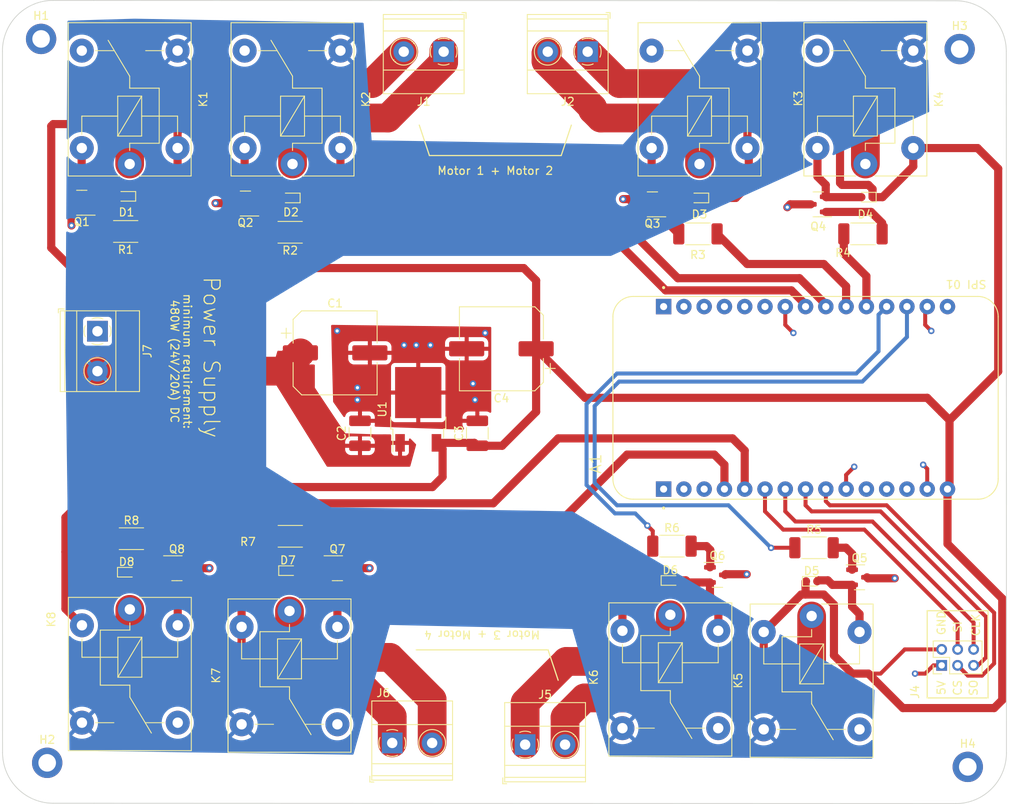
<source format=kicad_pcb>
(kicad_pcb (version 20211014) (generator pcbnew)
  (title_block (title "Linak Controller Board (PCB)") (date "2023-07-09") (company "Farzam Khodajoo"))
  (layers (0 "F.Cu" signal) (1 "In1.Cu" power) (2 "In2.Cu" power) (31 "B.Cu" signal) (34 "B.Paste" user) (35 "F.Paste" user) (36 "B.SilkS" user "B.Silkscreen") (37 "F.SilkS" user "F.Silkscreen") (38 "B.Mask" user) (39 "F.Mask" user) (44 "Edge.Cuts" user))
  (net 0 "")
  (net 3 "SPI_MOSI")
  (net 4 "SPI_CS")
  (net 5 "SPI_MISO")
  (net 6 "SPI_CLK")
  (net 7 "GND")
  (net 8 "+3.3V")
  (net 11 "+5V")
  (net 12 "Relay_4_Polar_2")
  (net 13 "Relay_4_Polar_1")
  (net 15 "Relay_1_Polar_1")
  (net 16 "Relay_1_Polar_2")
  (net 17 "Relay_2_Polar_1")
  (net 18 "Relay_2_Polar_2")
  (net 19 "Relay_3_Polar_1")
  (net 20 "Relay_3_Polar_2")
  (net 22 "supply_Vin")
  (net 23 "Net-(D1-Pad2)")
  (net 24 "Net-(D2-Pad2)")
  (net 25 "Net-(D5-Pad2)")
  (net 26 "Net-(D6-Pad2)")
  (net 27 "Motor_1_Polar_2")
  (net 28 "Motor_1_Polar_1")
  (net 29 "Motor_2_Polar_2")
  (net 30 "Motor_2_Polar_1")
  (net 31 "Motor_3_Polar_2")
  (net 32 "Motor_3_Polar_1")
  (net 33 "Motor_4_Polar_2")
  (net 34 "Motor_4_Polar_1")
  (net 35 "Net-(Q1-Pad1)")
  (net 36 "Net-(Q2-Pad1)")
  (net 37 "Net-(Q3-Pad1)")
  (net 38 "Net-(Q4-Pad1)")
  (net 39 "Net-(Q5-Pad1)")
  (net 40 "Net-(Q6-Pad1)")
  (net 41 "Net-(Q7-Pad1)")
  (net 42 "Net-(Q8-Pad1)")
  (net 43 "Net-(D3-Pad2)")
  (net 44 "Net-(D4-Pad2)")
  (net 45 "Net-(D7-Pad2)")
  (net 46 "Net-(D8-Pad2)")
  (net 47 "A0")
  (net 48 "D0")
  (net 49 "D1")
  (net 50 "D2")
  (net 51 "D3")
  (net 52 "D4")
  (footprint "Diode_SMD:D_SOD-523" (layer "F.Cu") (at 107.622 50.146 180)
    (fp_text reference "D3")
    (fp_text value "1N914WT")
  )
  (footprint "Package_TO_SOT_SMD:TO-252-2" (layer "F.Cu") (at 72.389 76.625 90)
    (fp_text reference "U1")
    (fp_text value "L7805")
  )
  (footprint "Resistor_SMD:R_2010_5025Metric_Pad1.40x2.65mm_HandSolder" (layer "F.Cu") (at 56.361 92.528)
    (fp_text reference "R7")
    (fp_text value "1k")
  )
  (footprint "TerminalBlock_Phoenix:TerminalBlock_Phoenix_MKDS-1,5-2_1x02_P5.00mm_Horizontal" (layer "F.Cu") (at 75.572 31.826 180)
    (fp_text reference "J1")
    (fp_text value "Screw_Terminal_01x02")
  )
  (footprint "Resistor_SMD:R_2010_5025Metric_Pad1.40x2.65mm_HandSolder" (layer "F.Cu") (at 107.422 54.646 180)
    (fp_text reference "R3")
    (fp_text value "1k")
  )
  (footprint "Capacitor_SMD:C_1210_3225Metric_Pad1.33x2.70mm_HandSolder" (layer "F.Cu") (at 79.789 79.625 90)
    (fp_text reference "C3")
    (fp_text value "100nF")
  )
  (footprint "TerminalBlock_Phoenix:TerminalBlock_Phoenix_MKDS-1,5-2_1x02_P5.00mm_Horizontal" (layer "F.Cu") (at 32.207 66.842 -90)
    (fp_text reference "J7")
    (fp_text value "Screw_Terminal_01x02")
  )
  (footprint "Package_TO_SOT_SMD:SOT-23" (layer "F.Cu") (at 101.722 50.946 180)
    (fp_text reference "Q3")
    (fp_text value "NPN")
  )
  (footprint "Package_TO_SOT_SMD:SOT-23" (layer "F.Cu") (at 62.261 96.528)
    (fp_text reference "Q7")
    (fp_text value "NPN")
  )
  (footprint "Package_TO_SOT_SMD:SOT-23" (layer "F.Cu") (at 30.242 50.746 180)
    (fp_text reference "Q1")
    (fp_text value "NPN")
  )
  (footprint "Capacitor_SMD:CP_Elec_10x7.9" (layer "F.Cu") (at 82.804 69.04 180)
    (fp_text reference "C4")
    (fp_text value "10uF")
  )
  (footprint "Resistor_SMD:R_2010_5025Metric_Pad1.40x2.65mm_HandSolder" (layer "F.Cu") (at 121.966 93.963)
    (fp_text reference "R5")
    (fp_text value "1k")
  )
  (footprint "Relay_THT:Relay_SPDT_Finder_36.11" (layer "F.Cu") (at 103.966 102.363 -90)
    (fp_text reference "K6")
    (fp_text value "FINDER-36.11")
  )
  (footprint "Package_TO_SOT_SMD:SOT-23" (layer "F.Cu") (at 122.497 50.946 180)
    (fp_text reference "Q4")
    (fp_text value "NPN")
  )
  (footprint "Diode_SMD:D_SOD-523" (layer "F.Cu") (at 121.666 98.163)
    (fp_text reference "D5")
    (fp_text value "1N914WT")
  )
  (footprint "Diode_SMD:D_SOD-523" (layer "F.Cu") (at 56.442 50.146 180)
    (fp_text reference "D2")
    (fp_text value "1N914WT")
  )
  (footprint "Package_TO_SOT_SMD:SOT-23" (layer "F.Cu") (at 50.742 50.846 180)
    (fp_text reference "Q2")
    (fp_text value "NPN")
  )
  (footprint "SEED_Nodemcu:SEEED_NodemcuV3" (layer "F.Cu") (at 120.904 75.184 90)
    (fp_text reference "A1")
    (fp_text value "113990105")
  )
  (footprint "Diode_SMD:D_SOD-523" (layer "F.Cu") (at 35.842 49.946 180)
    (fp_text reference "D1")
    (fp_text value "1N914WT")
  )
  (footprint "TerminalBlock_Phoenix:TerminalBlock_Phoenix_MKDS-1,5-2_1x02_P5.00mm_Horizontal" (layer "F.Cu") (at 93.612 31.826 180)
    (fp_text reference "J2")
    (fp_text value "Screw_Terminal_01x02")
  )
  (footprint "MountingHole:MountingHole_2.2mm_M2_DIN965_Pad" (layer "F.Cu") (at 25.146 30.226)
    (fp_text reference "H1")
    (fp_text value "MountingHole")
  )
  (footprint "Package_TO_SOT_SMD:SOT-23" (layer "F.Cu") (at 127.666 97.663)
    (fp_text reference "Q5")
    (fp_text value "NPN")
  )
  (footprint "Package_TO_SOT_SMD:SOT-23" (layer "F.Cu") (at 109.866 97.363)
    (fp_text reference "Q6")
    (fp_text value "NPN")
  )
  (footprint "Relay_THT:Relay_SPDT_Finder_36.11" (layer "F.Cu") (at 107.622 45.896 90)
    (fp_text reference "K3")
    (fp_text value "FINDER-36.11")
  )
  (footprint "Connector_PinHeader_2.00mm:PinHeader_2x03_P2.00mm_Vertical" (layer "F.Cu") (at 137.954 108.696 90)
    (fp_text reference "J4")
    (fp_text value "Conn_02x03_Counter_Clockwise")
  )
  (footprint "Resistor_SMD:R_2010_5025Metric_Pad1.40x2.65mm_HandSolder" (layer "F.Cu") (at 128.097 54.646)
    (fp_text reference "R4")
    (fp_text value "1k")
  )
  (footprint "Resistor_SMD:R_2010_5025Metric_Pad1.40x2.65mm_HandSolder" (layer "F.Cu") (at 36.461 92.828)
    (fp_text reference "R8")
    (fp_text value "1k")
  )
  (footprint "TerminalBlock_Phoenix:TerminalBlock_Phoenix_MKDS-1,5-2_1x02_P5.00mm_Horizontal" (layer "F.Cu") (at 69.128 118.415)
    (fp_text reference "J6")
    (fp_text value "Screw_Terminal_01x02")
  )
  (footprint "Relay_THT:Relay_SPDT_Finder_36.11" (layer "F.Cu") (at 36.242 45.896 90)
    (fp_text reference "K1")
    (fp_text value "FINDER-36.11")
  )
  (footprint "Diode_SMD:D_SOD-523" (layer "F.Cu") (at 35.861 97.028)
    (fp_text reference "D8")
    (fp_text value "1N914WT")
  )
  (footprint "MountingHole:MountingHole_2.2mm_M2_DIN965_Pad" (layer "F.Cu") (at 140.208 31.496)
    (fp_text reference "H3")
    (fp_text value "MountingHole")
  )
  (footprint "Relay_THT:Relay_SPDT_Finder_36.11" (layer "F.Cu") (at 128.397 45.896 90)
    (fp_text reference "K4")
    (fp_text value "FINDER-36.11")
  )
  (footprint "MountingHole:MountingHole_2.2mm_M2_DIN965_Pad" (layer "F.Cu") (at 25.908 120.904)
    (fp_text reference "H2")
    (fp_text value "MountingHole")
  )
  (footprint "Relay_THT:Relay_SPDT_Finder_36.11" (layer "F.Cu") (at 36.261 101.678 -90)
    (fp_text reference "K8")
    (fp_text value "FINDER-36.11")
  )
  (footprint "Diode_SMD:D_SOD-523" (layer "F.Cu") (at 128.597 50.046 180)
    (fp_text reference "D4")
    (fp_text value "1N914WT")
  )
  (footprint "Resistor_SMD:R_2010_5025Metric_Pad1.40x2.65mm_HandSolder" (layer "F.Cu") (at 35.742 54.346 180)
    (fp_text reference "R1")
    (fp_text value "1k")
  )
  (footprint "MountingHole:MountingHole_2.2mm_M2_DIN965_Pad" (layer "F.Cu") (at 141.224 121.412)
    (fp_text reference "H4")
    (fp_text value "MountingHole")
  )
  (footprint "Resistor_SMD:R_2010_5025Metric_Pad1.40x2.65mm_HandSolder" (layer "F.Cu") (at 56.342 54.446 180)
    (fp_text reference "R2")
    (fp_text value "1k")
  )
  (footprint "Capacitor_SMD:C_1210_3225Metric_Pad1.33x2.70mm_HandSolder" (layer "F.Cu") (at 65.089 79.625 90)
    (fp_text reference "C2")
    (fp_text value "330nF")
  )
  (footprint "Capacitor_SMD:CP_Elec_10x7.9" (layer "F.Cu") (at 61.976 69.548)
    (fp_text reference "C1")
    (fp_text value "10uF")
  )
  (footprint "Relay_THT:Relay_SPDT_Finder_36.11" (layer "F.Cu") (at 56.642 45.896 90)
    (fp_text reference "K2")
    (fp_text value "FINDER-36.11")
  )
  (footprint "Resistor_SMD:R_2010_5025Metric_Pad1.40x2.65mm_HandSolder" (layer "F.Cu") (at 104.166 93.763)
    (fp_text reference "R6")
    (fp_text value "1k")
  )
  (footprint "TerminalBlock_Phoenix:TerminalBlock_Phoenix_MKDS-1,5-2_1x02_P5.00mm_Horizontal" (layer "F.Cu") (at 85.776 118.623)
    (fp_text reference "J5")
    (fp_text value "Screw_Terminal_01x02")
  )
  (footprint "Package_TO_SOT_SMD:SOT-23" (layer "F.Cu") (at 42.161 96.528)
    (fp_text reference "Q8")
    (fp_text value "NPN")
  )
  (footprint "Diode_SMD:D_SOD-523" (layer "F.Cu") (at 56.061 96.828)
    (fp_text reference "D7")
    (fp_text value "1N914WT")
  )
  (footprint "Relay_THT:Relay_SPDT_Finder_36.11" (layer "F.Cu") (at 56.261 101.878 -90)
    (fp_text reference "K7")
    (fp_text value "FINDER-36.11")
  )
  (footprint "Diode_SMD:D_SOD-523" (layer "F.Cu") (at 103.966 98.063)
    (fp_text reference "D6")
    (fp_text value "1N914WT")
  )
  (footprint "Relay_THT:Relay_SPDT_Finder_36.11" (layer "F.Cu") (at 121.666 102.513 -90)
    (fp_text reference "K5")
    (fp_text value "FINDER-36.11")
  )
  (gr_line (start 90.297 44.831) (end 91.567 41.021) (layer "F.SilkS") (width 0.15))
  (gr_line (start 73.787 44.831) (end 90.297 44.831) (layer "F.SilkS") (width 0.15))
  (gr_line (start 136.144 101.854) (end 136.144 112.776) (layer "F.SilkS") (width 0.15))
  (gr_line (start 143.764 101.854) (end 136.144 101.854) (layer "F.SilkS") (width 0.15))
  (gr_line (start 136.144 112.776) (end 143.764 112.776) (layer "F.SilkS") (width 0.15))
  (gr_line (start 143.764 112.776) (end 143.764 112.268) (layer "F.SilkS") (width 0.15))
  (gr_line (start 88.646 106.753) (end 72.136 106.753) (layer "F.SilkS") (width 0.15))
  (gr_line (start 89.916 110.563) (end 88.646 106.753) (layer "F.SilkS") (width 0.15))
  (gr_line (start 143.764 112.268) (end 143.764 101.854) (layer "F.SilkS") (width 0.15))
  (gr_line (start 72.517 41.021) (end 73.787 44.831) (layer "F.SilkS") (width 0.15))
  (gr_arc (start 139.7 25.445128) (mid 144.190128 27.305) (end 146.05 31.795128) (layer "Edge.Cuts") (width 0.1))
  (gr_arc (start 146.065872 119.661872) (mid 144.206008 124.152008) (end 139.715872 126.011872) (layer "Edge.Cuts") (width 0.1))
  (gr_arc (start 20.304128 31.75) (mid 22.164 27.259872) (end 26.654128 25.4) (layer "Edge.Cuts") (width 0.1))
  (gr_line (start 146.065872 119.661872) (end 146.05 31.795128) (layer "Edge.Cuts") (width 0.1))
  (gr_line (start 20.304128 31.75) (end 20.32 119.616744) (layer "Edge.Cuts") (width 0.1))
  (gr_arc (start 26.67 125.966744) (mid 22.179873 124.106872) (end 20.32 119.616744) (layer "Edge.Cuts") (width 0.1))
  (gr_line (start 31.75 25.4) (end 139.7 25.445128) (layer "Edge.Cuts") (width 0.1))
  (gr_line (start 31.765872 125.966744) (end 139.715872 126.011872) (layer "Edge.Cuts") (width 0.1))
  (gr_line (start 31.75 25.4) (end 26.654128 25.4) (layer "Edge.Cuts") (width 0.1))
  (gr_line (start 31.765872 125.966744) (end 26.67 125.966744) (layer "Edge.Cuts") (width 0.1))
  (gr_text "SPI 01\n" (at 141.002 60.944 180) (layer "F.SilkS") (effects (font (size 1 1))))
  (gr_text "minimum requirement:\n480W (24V/20A) DC" (at 42.672 70.612 270) (layer "F.SilkS") (effects (font (size 1 1))))
  (gr_text "SO\n\n" (at 142.748 111.506 90) (layer "F.SilkS") (effects (font (size 1 1))))
  (gr_text "Motor 3 + Motor 4" (at 80.391 104.848 180) (layer "F.SilkS") (effects (font (size 1 1))))
  (gr_text "SI" (at 139.954 103.886 90) (layer "F.SilkS") (effects (font (size 1 1))))
  (gr_text "GND\n" (at 137.922 103.378 90) (layer "F.SilkS") (effects (font (size 1 1))))
  (gr_text "Motor 1 + Motor 2" (at 82.042 46.736) (layer "F.SilkS") (effects (font (size 1 1))))
  (gr_text "CLK\n" (at 142.24 103.632 90) (layer "F.SilkS") (effects (font (size 1 1))))
  (gr_text "5V\n" (at 137.922 111.506 90) (layer "F.SilkS") (effects (font (size 1 1))))
  (gr_text "Power Supply" (at 46.482 70.104 270) (layer "F.SilkS") (effects (font (size 2 2))))
  (gr_text "CS\n" (at 139.954 111.506 90) (layer "F.SilkS") (effects (font (size 1 1))))
  (segment (start 139.954 103.378) (end 128.27 91.694) (width 0.5) (layer "F.Cu") (net 3))
  (segment (start 118.11 91.694) (end 115.824 89.408) (width 0.5) (layer "F.Cu") (net 3))
  (segment (start 115.824 89.408) (end 115.824 86.614) (width 0.5) (layer "F.Cu") (net 3))
  (segment (start 139.954 106.696) (end 139.954 103.378) (width 0.5) (layer "F.Cu") (net 3))
  (segment (start 128.27 91.694) (end 118.11 91.694) (width 0.5) (layer "F.Cu") (net 3))
  (segment (start 139.954 108.696) (end 141.24 109.982) (width 0.5) (layer "F.Cu") (net 4))
  (segment (start 123.444 88.138) (end 123.444 86.614) (width 0.5) (layer "F.Cu") (net 4))
  (segment (start 123.952 88.646) (end 123.444 88.138) (width 0.5) (layer "F.Cu") (net 4))
  (segment (start 141.24 109.982) (end 143.002 109.982) (width 0.5) (layer "F.Cu") (net 4))
  (segment (start 144.526 108.458) (end 144.526 102.108) (width 0.5) (layer "F.Cu") (net 4))
  (segment (start 144.526 102.108) (end 131.064 88.646) (width 0.5) (layer "F.Cu") (net 4))
  (segment (start 143.002 109.982) (end 144.526 108.458) (width 0.5) (layer "F.Cu") (net 4))
  (segment (start 131.064 88.646) (end 123.952 88.646) (width 0.5) (layer "F.Cu") (net 4))
  (segment (start 143.51 107.696) (end 143.51 102.616) (width 0.5) (layer "F.Cu") (net 5))
  (segment (start 130.302 89.408) (end 121.666 89.408) (width 0.5) (layer "F.Cu") (net 5))
  (segment (start 121.666 89.408) (end 120.904 88.646) (width 0.5) (layer "F.Cu") (net 5))
  (segment (start 141.954 108.696) (end 142.51 108.696) (width 0.5) (layer "F.Cu") (net 5))
  (segment (start 143.51 102.616) (end 130.302 89.408) (width 0.5) (layer "F.Cu") (net 5))
  (segment (start 120.904 88.646) (end 120.904 86.614) (width 0.5) (layer "F.Cu") (net 5))
  (segment (start 142.51 108.696) (end 143.51 107.696) (width 0.5) (layer "F.Cu") (net 5))
  (segment (start 119.634 90.678) (end 118.364 89.408) (width 0.5) (layer "F.Cu") (net 6))
  (segment (start 141.954 103.346) (end 129.286 90.678) (width 0.5) (layer "F.Cu") (net 6))
  (segment (start 141.954 106.696) (end 141.954 103.346) (width 0.5) (layer "F.Cu") (net 6))
  (segment (start 118.364 89.408) (end 118.364 86.614) (width 0.5) (layer "F.Cu") (net 6))
  (segment (start 129.286 90.678) (end 119.634 90.678) (width 0.5) (layer "F.Cu") (net 6))
  (segment (start 98.806 50.292) (end 99.46 50.946) (width 1.02) (layer "F.Cu") (net 7))
  (segment (start 110.8845 97.282) (end 110.8035 97.363) (width 1.02) (layer "F.Cu") (net 7))
  (segment (start 28.956 51.0945) (end 29.3045 50.746) (width 1.02) (layer "F.Cu") (net 7))
  (segment (start 135.89 64.008) (end 136.144 63.754) (width 0.5) (layer "F.Cu") (net 7))
  (segment (start 46.22 96.528) (end 43.0985 96.528) (width 1.02) (layer "F.Cu") (net 7))
  (segment (start 135.89 66.04) (end 136.652 66.802) (width 0.5) (layer "F.Cu") (net 7))
  (segment (start 132.08 97.79) (end 128.7305 97.79) (width 1.02) (layer "F.Cu") (net 7))
  (segment (start 46.99 50.8) (end 49.7585 50.8) (width 1.02) (layer "F.Cu") (net 7))
  (segment (start 99.46 50.946) (end 100.7845 50.946) (width 1.02) (layer "F.Cu") (net 7))
  (segment (start 128.7305 97.79) (end 128.6035 97.663) (width 1.02) (layer "F.Cu") (net 7))
  (segment (start 135.89 66.04) (end 135.89 64.008) (width 0.5) (layer "F.Cu") (net 7))
  (segment (start 121.5595 50.946) (end 118.98 50.946) (width 1.02) (layer "F.Cu") (net 7))
  (segment (start 98.044 50.292) (end 98.806 50.292) (width 1.02) (layer "F.Cu") (net 7))
  (segment (start 135.89 109.728) (end 134.62 109.728) (width 0.5) (layer "F.Cu") (net 7))
  (segment (start 118.98 50.946) (end 118.618 51.308) (width 1.02) (layer "F.Cu") (net 7))
  (segment (start 125.984 84.836) (end 127 83.82) (width 0.5) (layer "F.Cu") (net 7))
  (segment (start 136.922 108.696) (end 135.89 109.728) (width 0.5) (layer "F.Cu") (net 7))
  (segment (start 113.538 97.282) (end 110.8845 97.282) (width 1.02) (layer "F.Cu") (net 7))
  (segment (start 136.144 84.074) (end 135.636 83.566) (width 0.5) (layer "F.Cu") (net 7))
  (segment (start 63.2065 96.52) (end 63.1985 96.528) (width 1.02) (layer "F.Cu") (net 7))
  (segment (start 118.364 66.04) (end 119.38 67.056) (width 0.5) (layer "F.Cu") (net 7))
  (segment (start 28.956 53.594) (end 28.956 51.0945) (width 1.02) (layer "F.Cu") (net 7))
  (segment (start 137.954 108.696) (end 136.922 108.696) (width 0.5) (layer "F.Cu") (net 7))
  (segment (start 46.228 96.52) (end 46.22 96.528) (width 1.02) (layer "F.Cu") (net 7))
  (segment (start 66.294 96.52) (end 63.2065 96.52) (width 1.02) (layer "F.Cu") (net 7))
  (segment (start 49.7585 50.8) (end 49.8045 50.846) (width 1.02) (layer "F.Cu") (net 7))
  (segment (start 118.364 63.754) (end 118.364 66.04) (width 0.5) (layer "F.Cu") (net 7))
  (segment (start 136.144 86.614) (end 136.144 84.074) (width 0.5) (layer "F.Cu") (net 7))
  (segment (start 125.984 86.614) (end 125.984 84.836) (width 0.5) (layer "F.Cu") (net 7))
  (via (at 113.538 97.282) (size 0.8) (drill 0.4) (layers "F.Cu" "B.Cu") (net 7))
  (via (at 136.652 66.802) (size 0.8) (drill 0.4) (layers "F.Cu" "B.Cu") (net 7))
  (via (at 62.23 66.802) (size 0.8) (drill 0.4) (layers "F.Cu" "B.Cu") (net 7))
  (via (at 80.772 67.056) (size 0.8) (drill 0.4) (layers "F.Cu" "B.Cu") (net 7))
  (via (at 64.77 73.914) (size 0.8) (drill 0.4) (layers "F.Cu" "B.Cu") (net 7))
  (via (at 46.228 96.52) (size 0.8) (drill 0.4) (layers "F.Cu" "B.Cu") (net 7))
  (via (at 28.956 53.594) (size 0.8) (drill 0.4) (layers "F.Cu" "B.Cu") (net 7))
  (via (at 64.77 75.438) (size 0.8) (drill 0.4) (layers "F.Cu" "B.Cu") (net 7))
  (via (at 118.618 51.308) (size 0.8) (drill 0.4) (layers "F.Cu" "B.Cu") (net 7))
  (via (at 135.636 83.566) (size 0.8) (drill 0.4) (layers "F.Cu" "B.Cu") (net 7))
  (via (at 132.08 97.79) (size 0.8) (drill 0.4) (layers "F.Cu" "B.Cu") (net 7))
  (via (at 72.136 68.58) (size 0.8) (drill 0.4) (layers "F.Cu" "B.Cu") (net 7))
  (via (at 119.38 67.056) (size 0.8) (drill 0.4) (layers "F.Cu" "B.Cu") (net 7))
  (via (at 79.248 73.406) (size 0.8) (drill 0.4) (layers "F.Cu" "B.Cu") (net 7))
  (via (at 73.914 68.58) (size 0.8) (drill 0.4) (layers "F.Cu" "B.Cu") (net 7))
  (via (at 46.99 50.8) (size 0.8) (drill 0.4) (layers "F.Cu" "B.Cu") (net 7))
  (via (at 127 83.82) (size 0.8) (drill 0.4) (layers "F.Cu" "B.Cu") (net 7))
  (via (at 66.294 96.52) (size 0.8) (drill 0.4) (layers "F.Cu" "B.Cu") (net 7))
  (via (at 70.612 68.58) (size 0.8) (drill 0.4) (layers "F.Cu" "B.Cu") (net 7))
  (via (at 79.502 75.438) (size 0.8) (drill 0.4) (layers "F.Cu" "B.Cu") (net 7))
  (via (at 98.044 50.292) (size 0.8) (drill 0.4) (layers "F.Cu" "B.Cu") (net 7))
  (via (at 134.62 109.728) (size 0.8) (drill 0.4) (layers "F.Cu" "B.Cu") (net 7))
  (segment (start 31.75 40.894) (end 33.02 42.164) (width 1.02) (layer "F.Cu") (net 11))
  (segment (start 136.144 75.184) (end 137.922 76.962) (width 1.02) (layer "F.Cu") (net 11))
  (segment (start 74.669 80.825) (end 75.438 81.594) (width 1.02) (layer "F.Cu") (net 11))
  (segment (start 113.792 44.066) (end 113.622 43.896) (width 1.02) (layer "F.Cu") (net 11))
  (segment (start 129.297 50.046) (end 129.297 49.033) (width 1.02) (layer "F.Cu") (net 11))
  (segment (start 112.16 50.146) (end 113.792 48.514) (width 1.02) (layer "F.Cu") (net 11))
  (segment (start 79.789 81.1875) (end 82.8965 81.1875) (width 1.02) (layer "F.Cu") (net 11))
  (segment (start 87.154 60.484) (end 85.598 58.928) (width 1.02) (layer "F.Cu") (net 11))
  (segment (start 108.322 50.146) (end 112.16 50.146) (width 1.02) (layer "F.Cu") (net 11))
  (segment (start 33.528 48.514) (end 36.068 48.514) (width 1.02) (layer "F.Cu") (net 11))
  (segment (start 74.669 80.825) (end 79.4265 80.825) (width 1.02) (layer "F.Cu") (net 11))
  (segment (start 33.02 48.006) (end 33.528 48.514) (width 1.02) (layer "F.Cu") (net 11))
  (segment (start 130.548 50.046) (end 129.297 50.046) (width 1.02) (layer "F.Cu") (net 11))
  (segment (start 120.904 98.225) (end 120.966 98.163) (width 1.02) (layer "F.Cu") (net 11))
  (segment (start 126.746 109.728) (end 124.46 107.442) (width 1.02) (layer "F.Cu") (net 11))
  (segment (start 57.142 48.76) (end 57.142 50.146) (width 1.02) (layer "F.Cu") (net 11))
  (segment (start 144.526 114.046) (end 133.096 114.046) (width 1.02) (layer "F.Cu") (net 11))
  (segment (start 125.476 48.514) (end 125.222 48.26) (width 1.02) (layer "F.Cu") (net 11))
  (segment (start 108.458 108.458) (end 106.68 106.68) (width 1.02) (layer "F.Cu") (net 11))
  (segment (start 125.222 41.402) (end 124.46 40.64) (width 1.02) (layer "F.Cu") (net 11))
  (segment (start 51.308 96.52) (end 55.053 96.52) (width 1.02) (layer "F.Cu") (net 11))
  (segment (start 35.161 98.407) (end 35.814 99.06) (width 1.02) (layer "F.Cu") (net 11))
  (segment (start 63.373 44.627) (end 62.642 43.896) (width 0.25) (layer "F.Cu") (net 11))
  (segment (start 114.808 40.64) (end 113.622 41.826) (width 1.02) (layer "F.Cu") (net 11))
  (segment (start 28.194 94.488) (end 29.21 95.504) (width 1.02) (layer "F.Cu") (net 11))
  (segment (start 49.022 107.188) (end 50.261 105.949) (width 1.02) (layer "F.Cu") (net 11))
  (segment (start 124.46 101.092) (end 123.19 99.822) (width 1.02) (layer "F.Cu") (net 11))
  (segment (start 42.242 43.896) (end 42.242 41.832) (width 1.02) (layer "F.Cu") (net 11))
  (segment (start 82.8965 81.1875) (end 87.154 76.93) (width 1.02) (layer "F.Cu") (net 11))
  (segment (start 62.642 43.896) (end 62.642 46.324) (width 1.02) (layer "F.Cu") (net 11))
  (segment (start 35.161 97.028) (end 35.161 98.407) (width 1.02) (layer "F.Cu") (net 11))
  (segment (start 115.666 104.513) (end 115.666 107.092) (width 1.02) (layer "F.Cu") (net 11))
  (segment (start 138.938 77.978) (end 138.938 86.36) (width 1.02) (layer "F.Cu") (net 11))
  (segment (start 115.666 107.092) (end 114.3 108.458) (width 1.02) (layer "F.Cu") (net 11))
  (segment (start 120.904 99.822) (end 120.904 98.225) (width 1.02) (layer "F.Cu") (net 11))
  (segment (start 52.578 40.64) (end 53.848 41.91) (width 1.02) (layer "F.Cu") (net 11))
  (segment (start 74.168 86.36) (end 32.004 86.36) (width 1.02) (layer "F.Cu") (net 11))
  (segment (start 113.792 48.514) (end 113.792 44.066) (width 1.02) (layer "F.Cu") (net 11))
  (segment (start 124.46 40.64) (end 114.808 40.64) (width 1.02) (layer "F.Cu") (net 11))
  (segment (start 137.954 106.696) (end 133.334 106.696) (width 0.5) (layer "F.Cu") (net 11))
  (segment (start 103.266 98.694) (end 103.266 98.063) (width 1.02) (layer "F.Cu") (net 11))
  (segment (start 75.438 81.594) (end 75.438 85.09) (width 1.02) (layer "F.Cu") (net 11))
  (segment (start 138.684 86.614) (end 138.684 93.472) (width 1.02) (layer "F.Cu") (net 11))
  (segment (start 113.665 43.939) (end 113.622 43.896) (width 0.25) (layer "F.Cu") (net 11))
  (segment (start 145.542 113.03) (end 144.526 114.046) (width 1.02) (layer "F.Cu") (net 11))
  (segment (start 142.448 43.896) (end 134.397 43.896) (width 1.02) (layer "F.Cu") (net 11))
  (segment (start 62.642 46.324) (end 60.452 48.514) (width 1.02) (layer "F.Cu") (net 11))
  (segment (start 36.068 48.514) (end 36.542 48.988) (width 1.02) (layer "F.Cu") (net 11))
  (segment (start 106.68 100.33) (end 105.918 99.568) (width 1.02) (layer "F.Cu") (net 11))
  (segment (start 105.918 99.568) (end 104.14 99.568) (width 1.02) (layer "F.Cu") (net 11))
  (segment (start 43.434 40.64) (end 52.578 40.64) (width 1.02) (layer "F.Cu") (net 11))
  (segment (start 145.034 46.482) (end 142.448 43.896) (width 1.02) (layer "F.Cu") (net 11))
  (segment (start 128.778 109.728) (end 126.746 109.728) (width 1.02) (layer "F.Cu") (net 11))
  (segment (start 130.302 109.728) (end 128.778 109.728) (width 0.5) (layer "F.Cu") (net 11))
  (segment (start 29.21 95.504) (end 33.782 95.504) (width 1.02) (layer "F.Cu") (net 11))
  (segment (start 134.397 46.197) (end 130.548 50.046) (width 1.02) (layer "F.Cu") (net 11))
  (segment (start 36.542 49.946) (end 40.732 49.946) (width 1.02) (layer "F.Cu") (net 11))
  (segment (start 55.053 96.52) (end 55.361 96.828) (width 1.02) (layer "F.Cu") (net 11))
  (segment (start 28.194 94.488) (end 28.194 101.611) (width 1.02) (layer "F.Cu") (net 11))
  (segment (start 137.922 76.962) (end 138.938 77.978) (width 1.02) (layer "F.Cu") (net 11))
  (segment (start 104.14 99.568) (end 103.266 98.694) (width 1.02) (layer "F.Cu") (net 11))
  (segment (start 57.388 48.514) (end 57.142 48.76) (width 1.02) (layer "F.Cu") (net 11))
  (segment (start 145.034 71.882) (end 145.034 46.482) (width 1.02) (layer "F.Cu") (net 11))
  (segment (start 128.778 48.514) (end 125.476 48.514) (width 1.02) (layer "F.Cu") (net 11))
  (segment (start 106.68 106.68) (end 106.68 100.33) (width 1.02) (layer "F.Cu") (net 11))
  (segment (start 56.896 48.514) (end 57.142 48.76) (width 1.02) (layer "F.Cu") (net 11))
  (segment (start 101.204 98.694) (end 97.966 101.932) (width 1.02) (layer "F.Cu") (net 11))
  (segment (start 26.416 41.148) (end 26.67 40.894) (width 1.02) (layer "F.Cu") (net 11))
  (segment (start 103.266 98.694) (end 101.204 98.694) (width 1.02) (layer "F.Cu") (net 11))
  (segment (start 87.154 69.04) (end 93.298 75.184) (width 1.02) (layer "F.Cu") (net 11))
  (segment (start 36.542 48.988) (end 36.542 49.946) (width 1.02) (layer "F.Cu") (net 11))
  (segment (start 39.878 107.188) (end 49.022 107.188) (width 1.02) (layer "F.Cu") (net 11))
  (segment (start 42.242 48.436) (end 42.242 43.896) (width 1.02) (layer "F.Cu") (net 11))
  (segment (start 28.956 58.928) (end 26.416 56.388) (width 1.02) (layer "F.Cu") (net 11))
  (segment (start 138.938 77.978) (end 145.034 71.882) (width 1.02) (layer "F.Cu") (net 11))
  (segment (start 60.452 48.514) (end 57.388 48.514) (width 1.02) (layer "F.Cu") (net 11))
  (segment (start 32.004 86.36) (end 28.194 90.17) (width 1.02) (layer "F.Cu") (net 11))
  (segment (start 79.4265 80.825) (end 79.789 81.1875) (width 1.02) (layer "F.Cu") (net 11))
  (segment (start 50.261 103.878) (end 50.261 97.567) (width 1.02) (layer "F.Cu") (net 11))
  (segment (start 145.542 100.33) (end 145.542 113.03) (width 1.02) (layer "F.Cu") (net 11))
  (segment (start 28.194 101.611) (end 30.261 103.678) (width 1.02) (layer "F.Cu") (net 11))
  (segment (start 54.356 48.514) (end 56.896 48.514) (width 1.02) (layer "F.Cu") (net 11))
  (segment (start 138.684 93.472) (end 145.542 100.33) (width 1.02) (layer "F.Cu") (net 11))
  (segment (start 134.397 43.896) (end 134.397 46.197) (width 1.02) (layer "F.Cu") (net 11))
  (segment (start 53.848 48.006) (end 54.356 48.514) (width 1.02) (layer "F.Cu") (net 11))
  (segment (start 120.904 99.822) (end 120.357 99.822) (width 1.02) (layer "F.Cu") (net 11))
  (segment (start 39.37 106.68) (end 39.878 107.188) (width 1.02) (layer "F.Cu") (net 11))
  (segment (start 39.37 100.33) (end 39.37 106.68) (width 1.02) (layer "F.Cu") (net 11))
  (segment (start 75.438 85.09) (end 74.168 86.36) (width 1.02) (layer "F.Cu") (net 11))
  (segment (start 133.096 114.046) (end 128.778 109.728) (width 1.02) (layer "F.Cu") (net 11))
  (segment (start 50.261 105.949) (end 50.261 103.878) (width 1.02) (layer "F.Cu") (net 11))
  (segment (start 87.154 76.93) (end 87.154 69.04) (width 1.02) (layer "F.Cu") (net 11))
  (segment (start 87.154 69.04) (end 87.154 60.484) (width 1.02) (layer "F.Cu") (net 11))
  (segment (start 114.3 108.458) (end 108.458 108.458) (width 1.02) (layer "F.Cu") (net 11))
  (segment (start 33.02 42.164) (end 33.02 48.006) (width 1.02) (layer "F.Cu") (net 11))
  (segment (start 53.848 41.91) (end 53.848 48.006) (width 1.02) (layer "F.Cu") (net 11))
  (segment (start 38.1 99.06) (end 39.37 100.33) (width 1.02) (layer "F.Cu") (net 11))
  (segment (start 26.67 40.894) (end 31.75 40.894) (width 1.02) (layer "F.Cu") (net 11))
  (segment (start 124.46 107.442) (end 124.46 101.092) (width 1.02) (layer "F.Cu") (net 11))
  (segment (start 97.966 101.932) (end 97.966 104.363) (width 1.02) (layer "F.Cu") (net 11))
  (segment (start 35.814 99.06) (end 38.1 99.06) (width 1.02) (layer "F.Cu") (net 11))
  (segment (start 113.622 41.826) (end 113.622 43.896) (width 1.02) (layer "F.Cu") (net 11))
  (segment (start 125.222 48.26) (end 125.222 41.402) (width 1.02) (layer "F.Cu") (net 11))
  (segment (start 123.19 99.822) (end 120.904 99.822) (width 1.02) (layer "F.Cu") (net 11))
  (segment (start 129.297 49.033) (end 128.778 48.514) (width 1.02) (layer "F.Cu") (net 11))
  (segment (start 138.938 86.36) (end 138.684 86.614) (width 1.02) (layer "F.Cu") (net 11))
  (segment (start 133.334 106.696) (end 130.302 109.728) (width 0.5) (layer "F.Cu") (net 11))
  (segment (start 85.598 58.928) (end 28.956 58.928) (width 1.02) (layer "F.Cu") (net 11))
  (segment (start 42.242 41.832) (end 43.434 40.64) (width 1.02) (layer "F.Cu") (net 11))
  (segment (start 40.732 49.946) (end 42.242 48.436) (width 1.02) (layer "F.Cu") (net 11))
  (segment (start 28.194 90.17) (end 28.194 94.488) (width 1.02) (layer "F.Cu") (net 11))
  (segment (start 50.261 97.567) (end 51.308 96.52) (width 1.02) (layer "F.Cu") (net 11))
  (segment (start 93.298 75.184) (end 136.144 75.184) (width 1.02) (layer "F.Cu") (net 11))
  (segment (start 33.782 95.504) (end 35.052 96.774) (width 1.02) (layer "F.Cu") (net 11))
  (segment (start 26.416 56.388) (end 26.416 41.148) (width 1.02) (layer "F.Cu") (net 11))
  (segment (start 120.357 99.822) (end 115.666 104.513) (width 1.02) (layer "F.Cu") (net 11))
  (segment (start 113.284 86.614) (end 113.284 81.788) (width 1.02) (layer "F.Cu") (net 12))
  (segment (start 33.782 92.549) (end 34.061 92.828) (width 1.02) (layer "F.Cu") (net 12))
  (segment (start 33.782 90.932) (end 33.782 92.549) (width 1.02) (layer "F.Cu") (net 12))
  (segment (start 111.76 80.264) (end 89.916 80.264) (width 1.02) (layer "F.Cu") (net 12))
  (segment (start 89.916 80.264) (end 81.788 88.392) (width 1.02) (layer "F.Cu") (net 12))
  (segment (start 113.284 81.788) (end 111.76 80.264) (width 1.02) (layer "F.Cu") (net 12))
  (segment (start 81.788 88.392) (end 36.322 88.392) (width 1.02) (layer "F.Cu") (net 12))
  (segment (start 36.322 88.392) (end 33.782 90.932) (width 1.02) (layer "F.Cu") (net 12))
  (segment (start 34.061 92.828) (end 33.646 92.828) (width 0.5) (layer "F.Cu") (net 12))
  (segment (start 54.864 90.17) (end 90.678 90.17) (width 1.02) (layer "F.Cu") (net 13))
  (segment (start 98.552 82.296) (end 109.474 82.296) (width 1.02) (layer "F.Cu") (net 13))
  (segment (start 53.961 92.528) (end 53.961 91.073) (width 1.02) (layer "F.Cu") (net 13))
  (segment (start 53.961 91.073) (end 54.864 90.17) (width 1.02) (layer "F.Cu") (net 13))
  (segment (start 109.474 82.296) (end 110.744 83.566) (width 1.02) (layer "F.Cu") (net 13))
  (segment (start 90.678 90.17) (end 98.552 82.296) (width 1.02) (layer "F.Cu") (net 13))
  (segment (start 110.744 83.566) (end 110.744 86.614) (width 1.02) (layer "F.Cu") (net 13))
  (segment (start 93.218 51.562) (end 103.378 61.722) (width 1.02) (layer "F.Cu") (net 15))
  (segment (start 103.378 61.722) (end 119.126 61.722) (width 1.02) (layer "F.Cu") (net 15))
  (segment (start 38.142 54.346) (end 40.692 56.896) (width 1.02) (layer "F.Cu") (net 15))
  (segment (start 68.072 51.562) (end 93.218 51.562) (width 1.02) (layer "F.Cu") (net 15))
  (segment (start 40.692 56.896) (end 62.738 56.896) (width 1.02) (layer "F.Cu") (net 15))
  (segment (start 119.126 61.722) (end 120.904 63.5) (width 1.02) (layer "F.Cu") (net 15))
  (segment (start 120.904 63.5) (end 120.904 63.754) (width 1.02) (layer "F.Cu") (net 15))
  (segment (start 62.738 56.896) (end 68.072 51.562) (width 1.02) (layer "F.Cu") (net 15))
  (segment (start 58.742 54.446) (end 62.648 54.446) (width 1.02) (layer "F.Cu") (net 16))
  (segment (start 67.818 49.276) (end 93.98 49.276) (width 1.02) (layer "F.Cu") (net 16))
  (segment (start 62.648 54.446) (end 67.818 49.276) (width 1.02) (layer "F.Cu") (net 16))
  (segment (start 93.98 49.276) (end 104.902 60.198) (width 1.02) (layer "F.Cu") (net 16))
  (segment (start 123.444 63.5) (end 123.444 63.754) (width 1.02) (layer "F.Cu") (net 16))
  (segment (start 104.902 60.198) (end 120.142 60.198) (width 1.02) (layer "F.Cu") (net 16))
  (segment (start 120.142 60.198) (end 123.444 63.5) (width 1.02) (layer "F.Cu") (net 16))
  (segment (start 109.822 54.646) (end 113.596 58.42) (width 1.02) (layer "F.Cu") (net 17))
  (segment (start 125.984 61.214) (end 125.984 63.754) (width 1.02) (layer "F.Cu") (net 17))
  (segment (start 113.596 58.42) (end 123.19 58.42) (width 1.02) (layer "F.Cu") (net 17))
  (segment (start 123.19 58.42) (end 125.984 61.214) (width 1.02) (layer "F.Cu") (net 17))
  (segment (start 125.697 57.117) (end 128.524 59.944) (width 1.02) (layer "F.Cu") (net 18))
  (segment (start 128.524 59.944) (end 128.524 63.754) (width 1.02) (layer "F.Cu") (net 18))
  (segment (start 125.697 54.646) (end 125.697 57.117) (width 1.02) (layer "F.Cu") (net 18))
  (segment (start 116.603 93.963) (end 116.586 93.98) (width 0.5) (layer "F.Cu") (net 19))
  (segment (start 119.566 93.963) (end 116.603 93.963) (width 0.5) (layer "F.Cu") (net 19))
  (via (at 116.586 93.98) (size 0.8) (drill 0.4) (layers "F.Cu" "B.Cu") (net 19))
  (segment (start 97.282 88.646) (end 94.488 85.852) (width 0.5) (layer "B.Cu") (net 19))
  (segment (start 111.252 88.646) (end 97.282 88.646) (width 0.5) (layer "B.Cu") (net 19))
  (segment (start 97.536 73.152) (end 128.016 73.152) (width 0.5) (layer "B.Cu") (net 19))
  (segment (start 116.586 93.98) (end 111.252 88.646) (width 0.5) (layer "B.Cu") (net 19))
  (segment (start 128.016 73.152) (end 133.604 67.564) (width 0.5) (layer "B.Cu") (net 19))
  (segment (start 94.488 76.2) (end 97.536 73.152) (width 0.5) (layer "B.Cu") (net 19))
  (segment (start 94.488 85.852) (end 94.488 76.2) (width 0.5) (layer "B.Cu") (net 19))
  (segment (start 133.604 67.564) (end 133.604 63.754) (width 0.5) (layer "B.Cu") (net 19))
  (segment (start 101.766 91.86) (end 101.092 91.186) (width 0.5) (layer "F.Cu") (net 20))
  (segment (start 101.766 93.763) (end 101.766 91.86) (width 0.5) (layer "F.Cu") (net 20))
  (via (at 101.092 91.186) (size 0.8) (drill 0.4) (layers "F.Cu" "B.Cu") (net 20))
  (segment (start 99.568 89.662) (end 97.028 89.662) (width 0.5) (layer "B.Cu") (net 20))
  (segment (start 93.472 86.106) (end 93.472 75.946) (width 0.5) (layer "B.Cu") (net 20))
  (segment (start 93.472 75.946) (end 97.282 72.136) (width 0.5) (layer "B.Cu") (net 20))
  (segment (start 97.282 72.136) (end 127.254 72.136) (width 0.5) (layer "B.Cu") (net 20))
  (segment (start 127.254 72.136) (end 130.048 69.342) (width 0.5) (layer "B.Cu") (net 20))
  (segment (start 97.028 89.662) (end 93.472 86.106) (width 0.5) (layer "B.Cu") (net 20))
  (segment (start 101.092 91.186) (end 99.568 89.662) (width 0.5) (layer "B.Cu") (net 20))
  (segment (start 130.048 64.77) (end 131.064 63.754) (width 0.5) (layer "B.Cu") (net 20))
  (segment (start 130.048 69.342) (end 130.048 64.77) (width 0.5) (layer "B.Cu") (net 20))
  (segment (start 32.207 71.842) (end 55.332 71.842) (width 3.6) (layer "F.Cu") (net 22))
  (segment (start 55.332 71.842) (end 57.626 69.548) (width 3.6) (layer "F.Cu") (net 22))
  (segment (start 30.226 46.228) (end 30.226 43.912) (width 1.02) (layer "F.Cu") (net 23))
  (segment (start 31.1795 49.796) (end 33.794 49.796) (width 1.02) (layer "F.Cu") (net 23))
  (segment (start 35.05 50.038) (end 35.142 49.946) (width 1.02) (layer "F.Cu") (net 23))
  (segment (start 34.036 50.038) (end 35.05 50.038) (width 1.02) (layer "F.Cu") (net 23))
  (segment (start 31.1795 47.1815) (end 30.226 46.228) (width 1.02) (layer "F.Cu") (net 23))
  (segment (start 34.992 49.796) (end 35.142 49.946) (width 0.25) (layer "F.Cu") (net 23))
  (segment (start 30.226 43.912) (end 30.242 43.896) (width 1.02) (layer "F.Cu") (net 23))
  (segment (start 33.794 49.796) (end 34.036 50.038) (width 1.02) (layer "F.Cu") (net 23))
  (segment (start 31.1795 49.796) (end 31.1795 47.1815) (width 1.02) (layer "F.Cu") (net 23))
  (segment (start 54.464 50.146) (end 55.742 50.146) (width 1.02) (layer "F.Cu") (net 24))
  (segment (start 51.6795 47.3615) (end 50.642 46.324) (width 1.02) (layer "F.Cu") (net 24))
  (segment (start 51.6795 49.896) (end 54.214 49.896) (width 1.02) (layer "F.Cu") (net 24))
  (segment (start 51.689 49.8865) (end 51.6795 49.896) (width 0.25) (layer "F.Cu") (net 24))
  (segment (start 54.214 49.896) (end 54.464 50.146) (width 1.02) (layer "F.Cu") (net 24))
  (segment (start 50.642 46.324) (end 50.642 43.896) (width 1.02) (layer "F.Cu") (net 24))
  (segment (start 51.6795 49.896) (end 51.6795 47.3615) (width 1.02) (layer "F.Cu") (net 24))
  (segment (start 55.492 49.896) (end 55.742 50.146) (width 0.25) (layer "F.Cu") (net 24))
  (segment (start 126.7285 101.3285) (end 127.666 102.266) (width 1.02) (layer "F.Cu") (net 25))
  (segment (start 122.485 98.044) (end 122.366 98.163) (width 1.02) (layer "F.Cu") (net 25))
  (segment (start 124.267 98.613) (end 123.698 98.044) (width 1.02) (layer "F.Cu") (net 25))
  (segment (start 126.7285 98.613) (end 124.267 98.613) (width 1.02) (layer "F.Cu") (net 25))
  (segment (start 127.666 102.266) (end 127.666 104.513) (width 1.02) (layer "F.Cu") (net 25))
  (segment (start 123.698 98.044) (end 122.485 98.044) (width 1.02) (layer "F.Cu") (net 25))
  (segment (start 126.7285 98.613) (end 126.7285 101.3285) (width 1.02) (layer "F.Cu") (net 25))
  (segment (start 108.9285 98.313) (end 108.9285 100.0385) (width 1.02) (layer "F.Cu") (net 26))
  (segment (start 104.685 98.044) (end 104.666 98.063) (width 1.02) (layer "F.Cu") (net 26))
  (segment (start 109.982 104.347) (end 109.966 104.363) (width 1.02) (layer "F.Cu") (net 26))
  (segment (start 105.918 98.044) (end 104.685 98.044) (width 1.02) (layer "F.Cu") (net 26))
  (segment (start 106.187 98.313) (end 105.918 98.044) (width 1.02) (layer "F.Cu") (net 26))
  (segment (start 109.982 101.092) (end 109.982 104.347) (width 1.02) (layer "F.Cu") (net 26))
  (segment (start 108.9285 100.0385) (end 109.982 101.092) (width 1.02) (layer "F.Cu") (net 26))
  (segment (start 108.9285 98.313) (end 106.187 98.313) (width 1.02) (layer "F.Cu") (net 26))
  (segment (start 75.572 33.14) (end 75.572 31.826) (width 3.6) (layer "F.Cu") (net 27))
  (segment (start 56.642 41.91) (end 58.42 40.132) (width 3.6) (layer "F.Cu") (net 27))
  (segment (start 56.642 45.896) (end 56.642 41.91) (width 3.6) (layer "F.Cu") (net 27))
  (segment (start 68.58 40.132) (end 75.572 33.14) (width 3.6) (layer "F.Cu") (net 27))
  (segment (start 58.42 40.132) (end 68.58 40.132) (width 3.6) (layer "F.Cu") (net 27))
  (segment (start 66.584 35.814) (end 70.572 31.826) (width 3.6) (layer "F.Cu") (net 28))
  (segment (start 36.242 40.974) (end 41.402 35.814) (width 3.6) (layer "F.Cu") (net 28))
  (segment (start 41.402 35.814) (end 66.584 35.814) (width 3.6) (layer "F.Cu") (net 28))
  (segment (start 36.242 45.896) (end 36.242 40.974) (width 3.6) (layer "F.Cu") (net 28))
  (segment (start 128.397 38.481) (end 125.73 35.814) (width 3.6) (layer "F.Cu") (net 29))
  (segment (start 125.73 35.814) (end 97.6 35.814) (width 3.6) (layer "F.Cu") (net 29))
  (segment (start 128.397 45.896) (end 128.397 38.481) (width 3.6) (layer "F.Cu") (net 29))
  (segment (start 97.6 35.814) (end 93.612 31.826) (width 3.6) (layer "F.Cu") (net 29))
  (segment (start 95.25 40.132) (end 94.234 39.116) (width 3.6) (layer "F.Cu") (net 30))
  (segment (start 107.622 42.344) (end 105.41 40.132) (width 3.6) (layer "F.Cu") (net 30))
  (segment (start 88.392 32.046) (end 88.612 31.826) (width 3.6) (layer "F.Cu") (net 30))
  (segment (start 105.41 40.132) (end 95.25 40.132) (width 3.6) (layer "F.Cu") (net 30))
  (segment (start 94.234 38.862) (end 88.392 33.02) (width 3.6) (layer "F.Cu") (net 30))
  (segment (start 88.392 33.02) (end 88.392 32.046) (width 3.6) (layer "F.Cu") (net 30))
  (segment (start 107.622 45.896) (end 107.622 42.344) (width 3.6) (layer "F.Cu") (net 30))
  (segment (start 94.234 39.116) (end 94.234 38.862) (width 3.6) (layer "F.Cu") (net 30))
  (segment (start 90.932 108.204) (end 85.776 113.36) (width 3.6) (layer "F.Cu") (net 31))
  (segment (start 101.346 108.204) (end 90.932 108.204) (width 3.6) (layer "F.Cu") (net 31))
  (segment (start 103.966 102.363) (end 103.966 105.584) (width 3.6) (layer "F.Cu") (net 31))
  (segment (start 103.966 105.584) (end 101.346 108.204) (width 3.6) (layer "F.Cu") (net 31))
  (segment (start 85.776 113.36) (end 85.776 118.623) (width 3.6) (layer "F.Cu") (net 31))
  (segment (start 121.666 102.513) (end 121.666 110.998) (width 3.6) (layer "F.Cu") (net 32))
  (segment (start 121.666 110.998) (end 119.888 112.776) (width 3.6) (layer "F.Cu") (net 32))
  (segment (start 119.888 112.776) (end 93.218 112.776) (width 3.6) (layer "F.Cu") (net 32))
  (segment (start 90.776 115.218) (end 90.776 118.623) (width 3.6) (layer "F.Cu") (net 32))
  (segment (start 93.218 112.776) (end 90.776 115.218) (width 3.6) (layer "F.Cu") (net 32))
  (segment (start 36.261 101.678) (end 36.261 109.159) (width 3.6) (layer "F.Cu") (net 33))
  (segment (start 36.261 109.159) (end 38.862 111.76) (width 3.6) (layer "F.Cu") (net 33))
  (segment (start 65.786 111.76) (end 69.128 115.102) (width 3.6) (layer "F.Cu") (net 33))
  (segment (start 69.128 115.102) (end 69.128 118.415) (width 3.6) (layer "F.Cu") (net 33))
  (segment (start 38.862 111.76) (end 65.786 111.76) (width 3.6) (layer "F.Cu") (net 33))
  (segment (start 56.261 106.553) (end 57.404 107.696) (width 3.6) (layer "F.Cu") (net 34))
  (segment (start 57.404 107.696) (end 68.834 107.696) (width 3.6) (layer "F.Cu") (net 34))
  (segment (start 74.128 112.99) (end 74.128 118.415) (width 3.6) (layer "F.Cu") (net 34))
  (segment (start 56.261 101.878) (end 56.261 106.553) (width 3.6) (layer "F.Cu") (net 34))
  (segment (start 68.834 107.696) (end 74.128 112.99) (width 3.6) (layer "F.Cu") (net 34))
  (segment (start 32.756 54.346) (end 33.342 54.346) (width 0.25) (layer "F.Cu") (net 35))
  (segment (start 33.342 54.346) (end 32.502 54.346) (width 1.02) (layer "F.Cu") (net 35))
  (segment (start 32.502 54.346) (end 31.1795 53.0235) (width 1.02) (layer "F.Cu") (net 35))
  (segment (start 31.1795 53.0235) (end 31.1795 51.696) (width 1.02) (layer "F.Cu") (net 35))
  (segment (start 51.6795 53.4575) (end 52.668 54.446) (width 1.02) (layer "F.Cu") (net 36))
  (segment (start 51.6795 51.796) (end 51.6795 53.4575) (width 1.02) (layer "F.Cu") (net 36))
  (segment (start 52.668 54.446) (end 53.942 54.446) (width 1.02) (layer "F.Cu") (net 36))
  (segment (start 105.022 54.2585) (end 105.022 54.646) (width 0.25) (layer "F.Cu") (net 37))
  (segment (start 102.6595 52.2835) (end 105.022 54.646) (width 1.02) (layer "F.Cu") (net 37))
  (segment (start 102.6595 51.896) (end 102.6595 52.2835) (width 1.02) (layer "F.Cu") (net 37))
  (segment (start 130.497 53.281) (end 129.112 51.896) (width 1.02) (layer "F.Cu") (net 38))
  (segment (start 129.112 51.896) (end 123.4345 51.896) (width 1.02) (layer "F.Cu") (net 38))
  (segment (start 130.497 54.646) (end 130.497 53.281) (width 1.02) (layer "F.Cu") (net 38))
  (segment (start 126.746 96.6955) (end 126.7285 96.713) (width 1.02) (layer "F.Cu") (net 39))
  (segment (start 125.967 93.963) (end 126.746 94.742) (width 1.02) (layer "F.Cu") (net 39))
  (segment (start 126.746 94.742) (end 126.746 96.6955) (width 1.02) (layer "F.Cu") (net 39))
  (segment (start 124.366 93.963) (end 125.967 93.963) (width 1.02) (layer "F.Cu") (net 39))
  (segment (start 108.495 93.763) (end 108.966 94.234) (width 1.02) (layer "F.Cu") (net 40))
  (segment (start 108.966 94.234) (end 108.966 96.3755) (width 1.02) (layer "F.Cu") (net 40))
  (segment (start 106.566 93.763) (end 108.495 93.763) (width 1.02) (layer "F.Cu") (net 40))
  (segment (start 108.966 96.3755) (end 108.9285 96.413) (width 1.02) (layer "F.Cu") (net 40))
  (segment (start 58.761 92.528) (end 60.016 92.528) (width 1.02) (layer "F.Cu") (net 41))
  (segment (start 61.3235 93.8355) (end 61.3235 95.578) (width 1.02) (layer "F.Cu") (net 41))
  (segment (start 60.016 92.528) (end 61.3235 93.8355) (width 1.02) (layer "F.Cu") (net 41))
  (segment (start 40.758 92.828) (end 38.861 92.828) (width 1.02) (layer "F.Cu") (net 42))
  (segment (start 41.2235 93.2935) (end 40.758 92.828) (width 1.02) (layer "F.Cu") (net 42))
  (segment (start 41.2235 95.578) (end 41.2235 93.2935) (width 1.02) (layer "F.Cu") (net 42))
  (segment (start 101.622 43.896) (end 101.622 47.266) (width 1.02) (layer "F.Cu") (net 43))
  (segment (start 101.622 47.266) (end 102.6595 48.3035) (width 1.02) (layer "F.Cu") (net 43))
  (segment (start 102.6595 44.9335) (end 101.622 43.896) (width 0.25) (layer "F.Cu") (net 43))
  (segment (start 102.8095 50.146) (end 102.6595 49.996) (width 1.02) (layer "F.Cu") (net 43))
  (segment (start 102.6595 48.3035) (end 102.6595 49.996) (width 1.02) (layer "F.Cu") (net 43))
  (segment (start 106.922 50.146) (end 102.8095 50.146) (width 1.02) (layer "F.Cu") (net 43))
  (segment (start 127.897 50.046) (end 123.4845 50.046) (width 1.02) (layer "F.Cu") (net 44))
  (segment (start 123.4845 50.046) (end 123.4345 49.996) (width 1.02) (layer "F.Cu") (net 44))
  (segment (start 123.4345 48.5045) (end 122.397 47.467) (width 1.02) (layer "F.Cu") (net 44))
  (segment (start 123.4345 49.996) (end 123.4345 48.5045) (width 1.02) (layer "F.Cu") (net 44))
  (segment (start 122.397 47.467) (end 122.397 43.896) (width 1.02) (layer "F.Cu") (net 44))
  (segment (start 62.261 101.377) (end 62.261 103.878) (width 1.02) (layer "F.Cu") (net 45))
  (segment (start 56.815 96.774) (end 56.761 96.828) (width 1.02) (layer "F.Cu") (net 45))
  (segment (start 58.42 96.774) (end 56.815 96.774) (width 1.02) (layer "F.Cu") (net 45))
  (segment (start 61.3235 100.4395) (end 62.261 101.377) (width 1.02) (layer "F.Cu") (net 45))
  (segment (start 61.3235 97.478) (end 61.3235 100.4395) (width 1.02) (layer "F.Cu") (net 45))
  (segment (start 59.124 97.478) (end 58.42 96.774) (width 1.02) (layer "F.Cu") (net 45))
  (segment (start 61.3235 97.478) (end 59.124 97.478) (width 1.02) (layer "F.Cu") (net 45))
  (segment (start 41.2235 97.478) (end 41.2235 99.3895) (width 1.02) (layer "F.Cu") (net 46))
  (segment (start 41.2235 97.478) (end 39.312 97.478) (width 1.02) (layer "F.Cu") (net 46))
  (segment (start 42.672 103.267) (end 42.261 103.678) (width 0.5) (layer "F.Cu") (net 46))
  (segment (start 39.312 97.478) (end 38.862 97.028) (width 1.02) (layer "F.Cu") (net 46))
  (segment (start 42.261 100.427) (end 42.261 103.678) (width 1.02) (layer "F.Cu") (net 46))
  (segment (start 38.862 97.028) (end 36.561 97.028) (width 1.02) (layer "F.Cu") (net 46))
  (segment (start 41.2235 99.3895) (end 42.261 100.427) (width 1.02) (layer "F.Cu") (net 46))
  (segment (start 41.1655 97.536) (end 41.2235 97.478) (width 0.5) (layer "F.Cu") (net 46))
  (zone (net 7) (net_name "GND") (layer "F.Cu") (connect_pads (clearance 0.508)) (min_thickness 0.254) (fill yes (thermal_gap 0.508) (thermal_bridge_width 0.508))
    (polygon (pts (xy 81.534 66.294) (xy 81.534 78.994) (xy 80.2726 79.248292) (xy 65.2866 78.740292) (xy 63.754 78.74) (xy 63.5 78.232) (xy 61.722 75.692) (xy 61.468 66.04)))
  )
  (zone (net 22) (net_name "supply_Vin") (layer "F.Cu") (connect_pads (clearance 0.508)) (min_thickness 0.254) (fill yes (thermal_gap 0.508) (thermal_bridge_width 0.508))
    (polygon (pts (xy 59.436 73.914) (xy 63.246 79.625) (xy 67.056 79.756) (xy 68.094902 79.753918) (xy 70.888902 79.756) (xy 72.136 81.026) (xy 71.374 83.82) (xy 60.96 83.82) (xy 53.848 72.39) (xy 55.118 68.072) (xy 59.436 68.072)))
  )
  (zone (net 22) (net_name "supply_Vin") (layer "B.Cu") (connect_pads (clearance 0.508)) (min_thickness 0.254) (fill yes (thermal_gap 0.508) (thermal_bridge_width 0.508))
    (polygon (pts (xy 136.398 39.37) (xy 96.52 57.404) (xy 62.992 57.404) (xy 53.34 63.246) (xy 53.34 83.82) (xy 61.468 88.9) (xy 91.694 89.408) (xy 129.54 111.76) (xy 129.286 120.396) (xy 96.266 120.142) (xy 91.694 104.14) (xy 68.834 103.632) (xy 64.262 119.888) (xy 28.702 119.38) (xy 28.448 91.186) (xy 28.448 87.884) (xy 28.194 69.342) (xy 28.448 27.94) (xy 36.83891 27.690654) (xy 65.54091 28.198654) (xy 66.548 42.926) (xy 98.044 43.434) (xy 111.76 28.118965) (xy 136.144 27.94)))
  )
)
</source>
